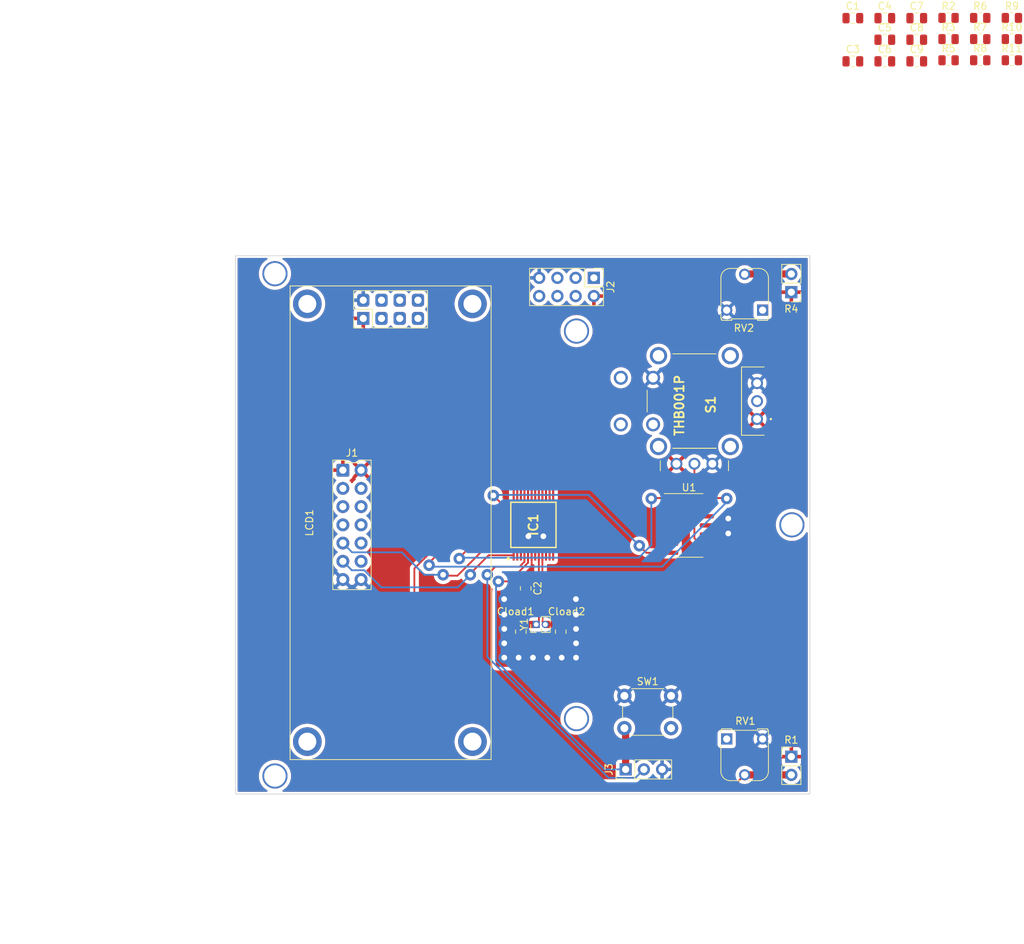
<source format=kicad_pcb>
(kicad_pcb (version 20221018) (generator pcbnew)
  (layers (0 "F.Cu" signal) (31 "B.Cu" signal) (34 "B.Paste" user) (35 "F.Paste" user) (36 "B.SilkS" user "B.Silkscreen") (37 "F.SilkS" user "F.Silkscreen") (38 "B.Mask" user) (39 "F.Mask" user) (44 "Edge.Cuts" user))
  (net 0 "")
  (net 1 "SDA_I2C")
  (net 2 "+3.3V")
  (net 3 "GND")
  (net 6 "MISO")
  (net 7 "MOSI")
  (net 8 "SCLK_SPI")
  (net 9 "SS_SPI")
  (net 13 "/PHOTO1")
  (net 14 "/PHOTO2")
  (net 23 "/RST_LCD")
  (net 24 "/WIFI_UART_RX")
  (net 31 "/WIFI_UART_TX")
  (net 32 "/P6.0")
  (net 33 "/P6.1")
  (net 34 "SEL_JOYSTICK")
  (net 36 "SCL_I2C")
  (net 37 "DSS_SPI")
  (net 42 "TDO{slash}TDI")
  (net 43 "LR_JOYSTICK")
  (net 44 "FB_JOYSTICK")
  (net 45 "TCK")
  (net 46 "R_JOYSTICK")
  (net 47 "F_JOYSTICK")
  (net 48 "B_JOYSTICK")
  (net 49 "L_JOYSTICK")
  (net 57 "Net-(U1A-+)")
  (net 58 "Net-(U1B--)")
  (net 59 "Net-(U1C-+)")
  (net 60 "Net-(U1D--)")
  (net 61 "/P6.2")
  (net 62 "/P6.3")
  (net 63 "/CLK+")
  (net 64 "/CLK-")
  (footprint "MiSE:conn_DFrobot" (layer "F.Cu") (at 127.08 99.92)
    (fp_text reference "J1" (at -1.27 -10.02) (layer "F.SilkS"))
    (fp_text value "conn_DFrobot")
    (pad "1" thru_hole roundrect locked (at -2.54 -7.62 270) (size 1.8 1.8) (drill 1) (layers "*.Cu" "*.Mask") (roundrect_rratio 0.1388888889) (net 2 "+3.3V"))
    (pad "2" thru_hole circle locked (at 0 -7.62 270) (size 1.8 1.8) (drill 1) (layers "*.Cu" "*.Mask") (net 2 "+3.3V"))
    (pad "3" thru_hole circle locked (at -2.54 -5.08 270) (size 1.8 1.8) (drill 1) (layers "*.Cu" "*.Mask") (net 8 "SCLK_SPI"))
    (pad "4" thru_hole circle locked (at 0 -5.08 270) (size 1.8 1.8) (drill 1) (layers "*.Cu" "*.Mask") (net 32 "/P6.0"))
    (pad "5" thru_hole circle locked (at -2.54 -2.54 270) (size 1.8 1.8) (drill 1) (layers "*.Cu" "*.Mask") (net 6 "MISO"))
    (pad "6" thru_hole circle locked (at 0 -2.54 270) (size 1.8 1.8) (drill 1) (layers "*.Cu" "*.Mask") (net 33 "/P6.1"))
    (pad "7" thru_hole circle locked (at -2.54 0 270) (size 1.8 1.8) (drill 1) (layers "*.Cu" "*.Mask") (net 7 "MOSI"))
    (pad "8" thru_hole circle locked (at 0 0 270) (size 1.8 1.8) (drill 1) (layers "*.Cu" "*.Mask") (net 61 "/P6.2"))
    (pad "9" thru_hole circle locked (at -2.54 2.54 270) (size 1.8 1.8) (drill 1) (layers "*.Cu" "*.Mask") (net 36 "SCL_I2C"))
    (pad "10" thru_hole circle locked (at 0 2.54 270) (size 1.8 1.8) (drill 1) (layers "*.Cu" "*.Mask") (net 62 "/P6.3"))
    (pad "11" thru_hole circle locked (at -2.54 5.08 270) (size 1.8 1.8) (drill 1) (layers "*.Cu" "*.Mask") (net 1 "SDA_I2C"))
    (pad "12" thru_hole circle locked (at 0 5.08 270) (size 1.8 1.8) (drill 1) (layers "*.Cu" "*.Mask") (net 37 "DSS_SPI"))
    (pad "13" thru_hole circle locked (at -2.54 7.62 270) (size 1.8 1.8) (drill 1) (layers "*.Cu" "*.Mask") (net 3 "GND"))
    (pad "14" thru_hole circle locked (at 0 7.62 270) (size 1.8 1.8) (drill 1) (layers "*.Cu" "*.Mask") (net 3 "GND"))
    (pad "15" thru_hole circle locked (at 60 0 270) (size 3.5 3.5) (drill 3) (layers "*.Cu" "*.Mask"))
    (pad "16" thru_hole circle locked (at 30 27 270) (size 3.5 3.5) (drill 3) (layers "*.Cu" "*.Mask"))
    (pad "17" thru_hole circle locked (at 30 -27 270) (size 3.5 3.5) (drill 3) (layers "*.Cu" "*.Mask"))
    (pad "18" thru_hole circle locked (at -12 35 270) (size 3.5 3.5) (drill 3) (layers "*.Cu" "*.Mask"))
    (pad "19" thru_hole circle locked (at -12 -35 270) (size 3.5 3.5) (drill 3) (layers "*.Cu" "*.Mask"))
  )
  (footprint "MiSE:THB001P" (layer "F.Cu") (at 182.23 85.175 -90)
    (fp_text reference "S1" (at -2.005 6.45 90) (layer "F.SilkS") (effects (font (size 1.27 1.27) (thickness 0.254))))
    (fp_text value "THB001P" (at -1.895 10.82 90) (layer "F.SilkS") (effects (font (size 1.27 1.27) (thickness 0.254))))
    (pad "1" thru_hole circle (at 0 0 270) (size 1.65 1.65) (drill 1.1) (layers "*.Cu" "*.Mask") (net 2 "+3.3V"))
    (pad "2" thru_hole circle (at -2.5 0 270) (size 1.65 1.65) (drill 1.1) (layers "*.Cu" "*.Mask") (net 43 "LR_JOYSTICK"))
    (pad "3" thru_hole circle (at -5 0 270) (size 1.65 1.65) (drill 1.1) (layers "*.Cu" "*.Mask") (net 3 "GND"))
    (pad "11" thru_hole circle (at 6.23 11.23 270) (size 1.65 1.65) (drill 1.1) (layers "*.Cu" "*.Mask") (net 2 "+3.3V"))
    (pad "12" thru_hole circle (at 6.23 8.73 270) (size 1.65 1.65) (drill 1.1) (layers "*.Cu" "*.Mask") (net 44 "FB_JOYSTICK"))
    (pad "13" thru_hole circle (at 6.23 6.23 270) (size 1.65 1.65) (drill 1.1) (layers "*.Cu" "*.Mask") (net 3 "GND"))
    (pad "A1" thru_hole circle (at -5.75 14.48 270) (size 1.95 1.95) (drill 1.3) (layers "*.Cu" "*.Mask") (net 3 "GND"))
    (pad "B1" thru_hole circle (at 0.75 14.48 270) (size 1.95 1.95) (drill 1.3) (layers "*.Cu" "*.Mask"))
    (pad "C1" thru_hole circle (at -5.75 18.98 270) (size 1.95 1.95) (drill 1.3) (layers "*.Cu" "*.Mask") (net 34 "SEL_JOYSTICK"))
    (pad "D1" thru_hole circle (at 0.75 18.98 270) (size 1.95 1.95) (drill 1.3) (layers "*.Cu" "*.Mask"))
    (pad "MH1" thru_hole circle (at 3.825 3.73 270) (size 2.4 2.4) (drill 1.6) (layers "*.Cu" "*.Mask"))
    (pad "MH2" thru_hole circle (at -8.825 3.73 270) (size 2.4 2.4) (drill 1.6) (layers "*.Cu" "*.Mask"))
    (pad "MH3" thru_hole circle (at -8.825 13.73 270) (size 2.4 2.4) (drill 1.6) (layers "*.Cu" "*.Mask"))
    (pad "MH4" thru_hole circle (at 3.825 13.73 270) (size 2.4 2.4) (drill 1.6) (layers "*.Cu" "*.Mask"))
  )
  (footprint "MiSE:LDR" (layer "F.Cu") (at 187 67.5 180)
    (fp_text reference "R4" (at 0 -2.33) (layer "F.SilkS"))
    (fp_text value "R_PHOTO")
    (pad "1" thru_hole rect (at 0 0 180) (size 1.7 1.7) (drill 1) (layers "*.Cu" "*.Mask") (net 2 "+3.3V"))
    (pad "2" thru_hole oval (at 0 2.54 180) (size 1.7 1.7) (drill 1) (layers "*.Cu" "*.Mask") (net 14 "/PHOTO2"))
  )
  (footprint "Capacitor_SMD:C_0805_2012Metric" (layer "F.Cu") (at 204.47 29.31)
    (fp_text reference "C7" (at 0 -1.68) (layer "F.SilkS"))
    (fp_text value "100n")
    (pad "1" smd roundrect (at -0.95 0) (size 1 1.45) (layers "F.Cu" "F.Paste" "F.Mask") (net 2 "+3.3V"))
    (pad "2" smd roundrect (at 0.95 0) (size 1 1.45) (layers "F.Cu" "F.Paste" "F.Mask") (net 3 "GND"))
  )
  (footprint "Resistor_SMD:R_0805_2012Metric" (layer "F.Cu") (at 213.31 35.18)
    (fp_text reference "R8" (at 0 -1.65) (layer "F.SilkS"))
    (fp_text value "10k")
    (pad "1" smd roundrect (at -0.9125 0) (size 1.025 1.4) (layers "F.Cu" "F.Paste" "F.Mask") (roundrect_rratio 0.243902) (net 58 "Net-(U1B--)"))
    (pad "2" smd roundrect (at 0.9125 0) (size 1.025 1.4) (layers "F.Cu" "F.Paste" "F.Mask") (roundrect_rratio 0.243902) (net 3 "GND"))
  )
  (footprint "Capacitor_SMD:C_0805_2012Metric" (layer "F.Cu") (at 204.47 32.32)
    (fp_text reference "C8" (at 0 -1.68) (layer "F.SilkS"))
    (fp_text value "10u")
    (pad "1" smd roundrect (at -0.95 0) (size 1 1.45) (layers "F.Cu" "F.Paste" "F.Mask") (net 2 "+3.3V"))
    (pad "2" smd roundrect (at 0.95 0) (size 1 1.45) (layers "F.Cu" "F.Paste" "F.Mask") (net 3 "GND"))
  )
  (footprint "Resistor_SMD:R_0805_2012Metric" (layer "F.Cu") (at 208.9 35.18)
    (fp_text reference "R5" (at 0 -1.65) (layer "F.SilkS"))
    (fp_text value "10k")
    (pad "1" smd roundrect (at -0.9125 0) (size 1.025 1.4) (layers "F.Cu" "F.Paste" "F.Mask") (roundrect_rratio 0.243902) (net 57 "Net-(U1A-+)"))
    (pad "2" smd roundrect (at 0.9125 0) (size 1.025 1.4) (layers "F.Cu" "F.Paste" "F.Mask") (roundrect_rratio 0.243902) (net 58 "Net-(U1B--)"))
  )
  (footprint "Connector_PinHeader_2.54mm:PinHeader_2x04_P2.54mm_Vertical" (layer "F.Cu") (at 159.5 65.5 -90)
    (fp_text reference "J2" (at 1.27 -2.33 90) (layer "F.SilkS"))
    (fp_text value "ESP01")
    (pad "1" thru_hole rect (at 0 0 270) (size 1.7 1.7) (drill 1) (layers "*.Cu" "*.Mask") (net 31 "/WIFI_UART_TX"))
    (pad "2" thru_hole oval (at 2.54 0 270) (size 1.7 1.7) (drill 1) (layers "*.Cu" "*.Mask") (net 2 "+3.3V"))
    (pad "3" thru_hole oval (at 0 2.54 270) (size 1.7 1.7) (drill 1) (layers "*.Cu" "*.Mask"))
    (pad "4" thru_hole oval (at 2.54 2.54 270) (size 1.7 1.7) (drill 1) (layers "*.Cu" "*.Mask"))
    (pad "5" thru_hole oval (at 0 5.08 270) (size 1.7 1.7) (drill 1) (layers "*.Cu" "*.Mask"))
    (pad "6" thru_hole oval (at 2.54 5.08 270) (size 1.7 1.7) (drill 1) (layers "*.Cu" "*.Mask"))
    (pad "7" thru_hole oval (at 0 7.62 270) (size 1.7 1.7) (drill 1) (layers "*.Cu" "*.Mask") (net 3 "GND"))
    (pad "8" thru_hole oval (at 2.54 7.62 270) (size 1.7 1.7) (drill 1) (layers "*.Cu" "*.Mask") (net 24 "/WIFI_UART_RX"))
  )
  (footprint "MiSE:LCD_2x16_I2C(Midas)" (layer "F.Cu") (at 131.19 99.63 90)
    (fp_text reference "LCD1" (at 0 -11.3 90) (layer "F.SilkS"))
    (fp_text value "LCD_2x16_I2C")
    (pad "1" thru_hole rect (at 28.475 -3.81 90) (size 1.8 1.7) (drill 1) (layers "*.Cu" "*.Mask") (net 2 "+3.3V"))
    (pad "2" thru_hole roundrect (at 31.015 -3.81 90) (size 1.8 1.7) (drill 1) (layers "*.Cu" "*.Mask") (net 3 "GND"))
    (pad "3" thru_hole roundrect (at 28.475 -1.27 90) (size 1.8 1.7) (drill 1) (layers "*.Cu" "*.Mask") (net 1 "SDA_I2C"))
    (pad "4" thru_hole roundrect (at 31.015 -1.27 90) (size 1.8 1.7) (drill 1) (layers "*.Cu" "*.Mask") (net 36 "SCL_I2C"))
    (pad "5" thru_hole roundrect (at 28.475 1.27 90) (size 1.8 1.7) (drill 1) (layers "*.Cu" "*.Mask") (net 23 "/RST_LCD"))
    (pad "6" thru_hole roundrect (at 31.015 1.27 90) (size 1.8 1.7) (drill 1) (layers "*.Cu" "*.Mask"))
    (pad "7" thru_hole roundrect (at 28.475 3.81 90) (size 1.8 1.7) (drill 1) (layers "*.Cu" "*.Mask"))
    (pad "8" thru_hole roundrect (at 31.015 3.81 90) (size 1.8 1.7) (drill 1) (layers "*.Cu" "*.Mask"))
    (pad "9" thru_hole circle (at 30.5 11.4 90) (size 4 4) (drill 2.5) (layers "*.Cu" "*.Mask"))
    (pad "10" thru_hole circle (at -30.5 11.4 90) (size 4 4) (drill 2.5) (layers "*.Cu" "*.Mask"))
    (pad "11" thru_hole circle (at -30.5 -11.6 90) (size 4 4) (drill 2.5) (layers "*.Cu" "*.Mask"))
    (pad "12" thru_hole circle (at 30.5 -11.6 90) (size 4 4) (drill 2.5) (layers "*.Cu" "*.Mask"))
  )
  (footprint "Capacitor_SMD:C_0805_2012Metric" (layer "F.Cu") (at 200.02 32.32)
    (fp_text reference "C5" (at 0 -1.68) (layer "F.SilkS"))
    (fp_text value "100n")
    (pad "1" smd roundrect (at -0.95 0) (size 1 1.45) (layers "F.Cu" "F.Paste" "F.Mask") (net 2 "+3.3V"))
    (pad "2" smd roundrect (at 0.95 0) (size 1 1.45) (layers "F.Cu" "F.Paste" "F.Mask") (net 3 "GND"))
  )
  (footprint "Button_Switch_THT:SW_PUSH_6mm" (layer "F.Cu") (at 163.75 123.75)
    (fp_text reference "SW1" (at 3.25 -2) (layer "F.SilkS"))
    (fp_text value "RST")
    (pad "1" thru_hole circle (at 0 0 90) (size 2 2) (drill 1.1) (layers "*.Cu" "*.Mask") (net 3 "GND"))
    (pad "1" thru_hole circle (at 6.5 0 90) (size 2 2) (drill 1.1) (layers "*.Cu" "*.Mask") (net 3 "GND"))
    (pad "2" thru_hole circle (at 0 4.5 90) (size 2 2) (drill 1.1) (layers "*.Cu" "*.Mask") (net 42 "TDO{slash}TDI"))
    (pad "2" thru_hole circle (at 6.5 4.5 90) (size 2 2) (drill 1.1) (layers "*.Cu" "*.Mask") (net 42 "TDO{slash}TDI"))
  )
  (footprint "Capacitor_SMD:C_0805_2012Metric" (layer "F.Cu") (at 150 108.77 -90)
    (fp_text reference "C2" (at 0 -1.68 90) (layer "F.SilkS"))
    (fp_text value "100n")
    (pad "1" smd roundrect (at -0.95 0 270) (size 1 1.45) (layers "F.Cu" "F.Paste" "F.Mask") (net 2 "+3.3V"))
    (pad "2" smd roundrect (at 0.95 0 270) (size 1 1.45) (layers "F.Cu" "F.Paste" "F.Mask") (net 3 "GND"))
  )
  (footprint "Resistor_SMD:R_0805_2012Metric" (layer "F.Cu") (at 208.9 29.28)
    (fp_text reference "R2" (at 0 -1.65) (layer "F.SilkS"))
    (fp_text value "2.2k")
    (pad "1" smd roundrect (at -0.9125 0) (size 1.025 1.4) (layers "F.Cu" "F.Paste" "F.Mask") (roundrect_rratio 0.243902) (net 2 "+3.3V"))
    (pad "2" smd roundrect (at 0.9125 0) (size 1.025 1.4) (layers "F.Cu" "F.Paste" "F.Mask") (roundrect_rratio 0.243902) (net 1 "SDA_I2C"))
  )
  (footprint "Resistor_SMD:R_0805_2012Metric" (layer "F.Cu") (at 217.72 35.18)
    (fp_text reference "R11" (at 0 -1.65) (layer "F.SilkS"))
    (fp_text value "47k")
    (pad "1" smd roundrect (at -0.9125 0) (size 1.025 1.4) (layers "F.Cu" "F.Paste" "F.Mask") (roundrect_rratio 0.243902) (net 2 "+3.3V"))
    (pad "2" smd roundrect (at 0.9125 0) (size 1.025 1.4) (layers "F.Cu" "F.Paste" "F.Mask") (roundrect_rratio 0.243902) (net 42 "TDO{slash}TDI"))
  )
  (footprint "Capacitor_SMD:C_0805_2012Metric" (layer "F.Cu") (at 200.02 29.31)
    (fp_text reference "C4" (at 0 -1.68) (layer "F.SilkS"))
    (fp_text value "10u")
    (pad "1" smd roundrect (at -0.95 0) (size 1 1.45) (layers "F.Cu" "F.Paste" "F.Mask") (net 2 "+3.3V"))
    (pad "2" smd roundrect (at 0.95 0) (size 1 1.45) (layers "F.Cu" "F.Paste" "F.Mask") (net 3 "GND"))
  )
  (footprint "Capacitor_SMD:C_0805_2012Metric" (layer "F.Cu") (at 200.02 35.33)
    (fp_text reference "C6" (at 0 -1.68) (layer "F.SilkS"))
    (fp_text value "10u")
    (pad "1" smd roundrect (at -0.95 0) (size 1 1.45) (layers "F.Cu" "F.Paste" "F.Mask") (net 2 "+3.3V"))
    (pad "2" smd roundrect (at 0.95 0) (size 1 1.45) (layers "F.Cu" "F.Paste" "F.Mask") (net 3 "GND"))
  )
  (footprint "MiSE:Trimmer_MiSE" (layer "F.Cu") (at 183 70 180)
    (fp_text reference "RV2" (at 2.6 -2.5) (layer "F.SilkS"))
    (fp_text value "R_POT")
    (pad "1" thru_hole rect (at 0 0 180) (size 1.56 1.56) (drill 1) (layers "*.Cu" "*.Mask"))
    (pad "2" thru_hole circle (at 2.5 5 180) (size 1.56 1.56) (drill 1) (layers "*.Cu" "*.Mask") (net 14 "/PHOTO2"))
    (pad "3" thru_hole circle (at 5 0 180) (size 1.56 1.56) (drill 1) (layers "*.Cu" "*.Mask") (net 3 "GND"))
  )
  (footprint "Resistor_SMD:R_0805_2012Metric" (layer "F.Cu") (at 213.31 29.28)
    (fp_text reference "R6" (at 0 -1.65) (layer "F.SilkS"))
    (fp_text value "10k")
    (pad "1" smd roundrect (at -0.9125 0) (size 1.025 1.4) (layers "F.Cu" "F.Paste" "F.Mask") (roundrect_rratio 0.243902) (net 59 "Net-(U1C-+)"))
    (pad "2" smd roundrect (at 0.9125 0) (size 1.025 1.4) (layers "F.Cu" "F.Paste" "F.Mask") (roundrect_rratio 0.243902) (net 60 "Net-(U1D--)"))
  )
  (footprint "Connector_PinHeader_2.54mm:PinHeader_1x03_P2.54mm_Vertical" (layer "F.Cu") (at 163.92 134 90)
    (fp_text reference "J3" (at 0 -2.33 90) (layer "F.SilkS"))
    (fp_text value "SBW")
    (pad "1" thru_hole rect (at 0 0 90) (size 1.7 1.7) (drill 1) (layers "*.Cu" "*.Mask") (net 42 "TDO{slash}TDI"))
    (pad "2" thru_hole oval (at 0 2.54 90) (size 1.7 1.7) (drill 1) (layers "*.Cu" "*.Mask") (net 45 "TCK"))
    (pad "3" thru_hole oval (at 0 5.08 90) (size 1.7 1.7) (drill 1) (layers "*.Cu" "*.Mask") (net 3 "GND"))
  )
  (footprint "Resistor_SMD:R_0805_2012Metric" (layer "F.Cu") (at 217.72 29.28)
    (fp_text reference "R9" (at 0 -1.65) (layer "F.SilkS"))
    (fp_text value "10k")
    (pad "1" smd roundrect (at -0.9125 0) (size 1.025 1.4) (layers "F.Cu" "F.Paste" "F.Mask") (roundrect_rratio 0.243902) (net 2 "+3.3V"))
    (pad "2" smd roundrect (at 0.9125 0) (size 1.025 1.4) (layers "F.Cu" "F.Paste" "F.Mask") (roundrect_rratio 0.243902) (net 57 "Net-(U1A-+)"))
  )
  (footprint "MiSE:LDR" (layer "F.Cu") (at 187 132.225)
    (fp_text reference "R1" (at 0 -2.33) (layer "F.SilkS"))
    (fp_text value "R_PHOTO")
    (pad "1" thru_hole rect (at 0 0) (size 1.7 1.7) (drill 1) (layers "*.Cu" "*.Mask") (net 2 "+3.3V"))
    (pad "2" thru_hole oval (at 0 2.54) (size 1.7 1.7) (drill 1) (layers "*.Cu" "*.Mask") (net 13 "/PHOTO1"))
  )
  (footprint "Capacitor_SMD:C_0805_2012Metric" (layer "F.Cu") (at 204.47 35.33)
    (fp_text reference "C9" (at 0 -1.68) (layer "F.SilkS"))
    (fp_text value "2.2n")
    (pad "1" smd roundrect (at -0.95 0) (size 1 1.45) (layers "F.Cu" "F.Paste" "F.Mask") (net 42 "TDO{slash}TDI"))
    (pad "2" smd roundrect (at 0.95 0) (size 1 1.45) (layers "F.Cu" "F.Paste" "F.Mask") (net 3 "GND"))
  )
  (footprint "Package_SO:SOIC-14_3.9x8.7mm_P1.27mm" (layer "F.Cu") (at 172.75 100)
    (fp_text reference "U1" (at 0 -5.28) (layer "F.SilkS"))
    (fp_text value "LMV324")
    (pad "1" smd roundrect (at -2.475 -3.81) (size 1.95 0.6) (layers "F.Cu" "F.Paste" "F.Mask") (net 49 "L_JOYSTICK"))
    (pad "2" smd roundrect (at -2.475 -2.54) (size 1.95 0.6) (layers "F.Cu" "F.Paste" "F.Mask") (net 43 "LR_JOYSTICK"))
    (pad "3" smd roundrect (at -2.475 -1.27) (size 1.95 0.6) (layers "F.Cu" "F.Paste" "F.Mask") (net 57 "Net-(U1A-+)"))
    (pad "4" smd roundrect (at -2.475 0) (size 1.95 0.6) (layers "F.Cu" "F.Paste" "F.Mask") (net 2 "+3.3V"))
    (pad "5" smd roundrect (at -2.475 1.27) (size 1.95 0.6) (layers "F.Cu" "F.Paste" "F.Mask") (net 43 "LR_JOYSTICK"))
    (pad "6" smd roundrect (at -2.475 2.54) (size 1.95 0.6) (layers "F.Cu" "F.Paste" "F.Mask") (net 58 "Net-(U1B--)"))
    (pad "7" smd roundrect (at -2.475 3.81) (size 1.95 0.6) (layers "F.Cu" "F.Paste" "F.Mask") (net 46 "R_JOYSTICK"))
    (pad "8" smd roundrect (at 2.475 3.81) (size 1.95 0.6) (layers "F.Cu" "F.Paste" "F.Mask") (net 47 "F_JOYSTICK"))
    (pad "9" smd roundrect (at 2.475 2.54) (size 1.95 0.6) (layers "F.Cu" "F.Paste" "F.Mask") (net 44 "FB_JOYSTICK"))
    (pad "10" smd roundrect (at 2.475 1.27) (size 1.95 0.6) (layers "F.Cu" "F.Paste" "F.Mask") (net 59 "Net-(U1C-+)"))
    (pad "11" smd roundrect (at 2.475 0) (size 1.95 0.6) (layers "F.Cu" "F.Paste" "F.Mask") (net 3 "GND"))
    (pad "12" smd roundrect (at 2.475 -1.27) (size 1.95 0.6) (layers "F.Cu" "F.Paste" "F.Mask") (net 44 "FB_JOYSTICK"))
    (pad "13" smd roundrect (at 2.475 -2.54) (size 1.95 0.6) (layers "F.Cu" "F.Paste" "F.Mask") (net 60 "Net-(U1D--)"))
    (pad "14" smd roundrect (at 2.475 -3.81) (size 1.95 0.6) (layers "F.Cu" "F.Paste" "F.Mask") (net 48 "B_JOYSTICK"))
  )
  (footprint "Resistor_SMD:R_0805_2012Metric" (layer "F.Cu") (at 213.31 32.23)
    (fp_text reference "R7" (at 0 -1.65) (layer "F.SilkS"))
    (fp_text value "10k")
    (pad "1" smd roundrect (at -0.9125 0) (size 1.025 1.4) (layers "F.Cu" "F.Paste" "F.Mask") (roundrect_rratio 0.243902) (net 2 "+3.3V"))
    (pad "2" smd roundrect (at 0.9125 0) (size 1.025 1.4) (layers "F.Cu" "F.Paste" "F.Mask") (roundrect_rratio 0.243902) (net 59 "Net-(U1C-+)"))
  )
  (footprint "Resistor_SMD:R_0805_2012Metric" (layer "F.Cu") (at 217.72 32.23)
    (fp_text reference "R10" (at 0 -1.65) (layer "F.SilkS"))
    (fp_text value "10k")
    (pad "1" smd roundrect (at -0.9125 0) (size 1.025 1.4) (layers "F.Cu" "F.Paste" "F.Mask") (roundrect_rratio 0.243902) (net 60 "Net-(U1D--)"))
    (pad "2" smd roundrect (at 0.9125 0) (size 1.025 1.4) (layers "F.Cu" "F.Paste" "F.Mask") (roundrect_rratio 0.243902) (net 3 "GND"))
  )
  (footprint "Capacitor_SMD:C_0805_2012Metric" (layer "F.Cu") (at 195.57 29.31)
    (fp_text reference "C1" (at 0 -1.68) (layer "F.SilkS"))
    (fp_text value "10u")
    (pad "1" smd roundrect (at -0.95 0) (size 1 1.45) (layers "F.Cu" "F.Paste" "F.Mask") (net 2 "+3.3V"))
    (pad "2" smd roundrect (at 0.95 0) (size 1 1.45) (layers "F.Cu" "F.Paste" "F.Mask") (net 3 "GND"))
  )
  (footprint "MiSE:Trimmer_MiSE" (layer "F.Cu") (at 178 129.76)
    (fp_text reference "RV1" (at 2.6 -2.5) (layer "F.SilkS"))
    (fp_text value "R_POT")
    (pad "1" thru_hole rect (at 0 0) (size 1.56 1.56) (drill 1) (layers "*.Cu" "*.Mask"))
    (pad "2" thru_hole circle (at 2.5 5) (size 1.56 1.56) (drill 1) (layers "*.Cu" "*.Mask") (net 13 "/PHOTO1"))
    (pad "3" thru_hole circle (at 5 0) (size 1.56 1.56) (drill 1) (layers "*.Cu" "*.Mask") (net 3 "GND"))
  )
  (footprint "Resistor_SMD:R_0805_2012Metric" (layer "F.Cu") (at 208.9 32.23)
    (fp_text reference "R3" (at 0 -1.65) (layer "F.SilkS"))
    (fp_text value "2.2k")
    (pad "1" smd roundrect (at -0.9125 0) (size 1.025 1.4) (layers "F.Cu" "F.Paste" "F.Mask") (roundrect_rratio 0.243902) (net 2 "+3.3V"))
    (pad "2" smd roundrect (at 0.9125 0) (size 1.025 1.4) (layers "F.Cu" "F.Paste" "F.Mask") (roundrect_rratio 0.243902) (net 36 "SCL_I2C"))
  )
  (footprint "Capacitor_SMD:C_0805_2012Metric" (layer "F.Cu") (at 195.57 35.33)
    (fp_text reference "C3" (at 0 -1.68) (layer "F.SilkS"))
    (fp_text value "100n")
    (pad "1" smd roundrect (at -0.95 0) (size 1 1.45) (layers "F.Cu" "F.Paste" "F.Mask") (net 2 "+3.3V"))
    (pad "2" smd roundrect (at 0.95 0) (size 1 1.45) (layers "F.Cu" "F.Paste" "F.Mask") (net 3 "GND"))
  )
  (footprint "Capacitor_SMD:C_0805_2012Metric" (layer "F.Cu") (at 154.89 114.81 -90)
    (fp_text reference "Cload2" (at -2.81 -0.81 -180) (layer "F.SilkS"))
    (fp_text value "12.5n")
    (pad "1" smd roundrect (at -0.95 0 270) (size 1 1.45) (layers "F.Cu" "F.Paste" "F.Mask") (net 64 "/CLK-"))
    (pad "2" smd roundrect (at 0.95 0 270) (size 1 1.45) (layers "F.Cu" "F.Paste" "F.Mask") (net 3 "GND"))
  )
  (footprint "Capacitor_SMD:C_0805_2012Metric" (layer "F.Cu") (at 149.33 114.81 -90)
    (fp_text reference "Cload1" (at -2.81 0.73 -180) (layer "F.SilkS"))
    (fp_text value "12.5n")
    (pad "1" smd roundrect (at -0.95 0 270) (size 1 1.45) (layers "F.Cu" "F.Paste" "F.Mask") (net 63 "/CLK+"))
    (pad "2" smd roundrect (at 0.95 0 270) (size 1 1.45) (layers "F.Cu" "F.Paste" "F.Mask") (net 3 "GND"))
  )
  (footprint "Connector_PinHeader_1.27mm:PinHeader_1x02_P1.27mm_Vertical" (layer "F.Cu") (at 151.46 113.8 90)
    (fp_text reference "Y1" (at 0 -1.695 90) (layer "F.SilkS"))
    (fp_text value "Crystal")
    (pad "1" thru_hole rect (at 0 0 90) (size 1 1) (drill 0.65) (layers "*.Cu" "*.Mask") (net 63 "/CLK+"))
    (pad "2" thru_hole oval (at 0 1.27 90) (size 1 1) (drill 0.65) (layers "*.Cu" "*.Mask") (net 64 "/CLK-"))
  )
  (footprint "MiSE:QFP50P900X900X160-48N" (layer "F.Cu") (at 151.08 99.92 90)
    (fp_text reference "IC1" (at 0 0 90) (layer "F.SilkS") (effects (font (size 1.27 1.27) (thickness 0.254))))
    (fp_text value "MSP430FR2355TPT" hide)
    (pad "1" smd rect (at -4.238 -2.75 180) (size 0.3 1.475) (layers "F.Cu" "F.Paste" "F.Mask") (net 1 "SDA_I2C"))
    (pad "2" smd rect (at -4.238 -2.25 180) (size 0.3 1.475) (layers "F.Cu" "F.Paste" "F.Mask") (net 43 "LR_JOYSTICK"))
    (pad "3" smd rect (at -4.238 -1.75 180) (size 0.3 1.475) (layers "F.Cu" "F.Paste" "F.Mask") (net 44 "FB_JOYSTICK"))
    (pad "4" smd rect (at -4.238 -1.25 180) (size 0.3 1.475) (layers "F.Cu" "F.Paste" "F.Mask") (net 45 "TCK"))
    (pad "5" smd rect (at -4.238 -0.75 180) (size 0.3 1.475) (layers "F.Cu" "F.Paste" "F.Mask") (net 42 "TDO{slash}TDI"))
    (pad "6" smd rect (at -4.238 -0.25 180) (size 0.3 1.475) (layers "F.Cu" "F.Paste" "F.Mask") (net 2 "+3.3V"))
    (pad "7" smd rect (at -4.238 0.25 180) (size 0.3 1.475) (layers "F.Cu" "F.Paste" "F.Mask") (net 3 "GND"))
    (pad "8" smd rect (at -4.238 0.75 180) (size 0.3 1.475) (layers "F.Cu" "F.Paste" "F.Mask") (net 63 "/CLK+"))
    (pad "9" smd rect (at -4.238 1.25 180) (size 0.3 1.475) (layers "F.Cu" "F.Paste" "F.Mask") (net 64 "/CLK-"))
    (pad "10" smd rect (at -4.238 1.75 180) (size 0.3 1.475) (layers "F.Cu" "F.Paste" "F.Mask"))
    (pad "11" smd rect (at -4.238 2.25 180) (size 0.3 1.475) (layers "F.Cu" "F.Paste" "F.Mask"))
    (pad "12" smd rect (at -4.238 2.75 180) (size 0.3 1.475) (layers "F.Cu" "F.Paste" "F.Mask") (net 6 "MISO"))
    (pad "13" smd rect (at -2.75 4.238 90) (size 0.3 1.475) (layers "F.Cu" "F.Paste" "F.Mask") (net 7 "MOSI"))
    (pad "14" smd rect (at -2.25 4.238 90) (size 0.3 1.475) (layers "F.Cu" "F.Paste" "F.Mask") (net 8 "SCLK_SPI"))
    (pad "15" smd rect (at -1.75 4.238 90) (size 0.3 1.475) (layers "F.Cu" "F.Paste" "F.Mask") (net 9 "SS_SPI"))
    (pad "16" smd rect (at -1.25 4.238 90) (size 0.3 1.475) (layers "F.Cu" "F.Paste" "F.Mask"))
    (pad "17" smd rect (at -0.75 4.238 90) (size 0.3 1.475) (layers "F.Cu" "F.Paste" "F.Mask"))
    (pad "18" smd rect (at -0.25 4.238 90) (size 0.3 1.475) (layers "F.Cu" "F.Paste" "F.Mask"))
    (pad "19" smd rect (at 0.25 4.238 90) (size 0.3 1.475) (layers "F.Cu" "F.Paste" "F.Mask") (net 62 "/P6.3"))
    (pad "20" smd rect (at 0.75 4.238 90) (size 0.3 1.475) (layers "F.Cu" "F.Paste" "F.Mask") (net 61 "/P6.2"))
    (pad "21" smd rect (at 1.25 4.238 90) (size 0.3 1.475) (layers "F.Cu" "F.Paste" "F.Mask") (net 33 "/P6.1"))
    (pad "22" smd rect (at 1.75 4.238 90) (size 0.3 1.475) (layers "F.Cu" "F.Paste" "F.Mask") (net 32 "/P6.0"))
    (pad "23" smd rect (at 2.25 4.238 90) (size 0.3 1.475) (layers "F.Cu" "F.Paste" "F.Mask"))
    (pad "24" smd rect (at 2.75 4.238 90) (size 0.3 1.475) (layers "F.Cu" "F.Paste" "F.Mask"))
    (pad "25" smd rect (at 4.238 2.75 180) (size 0.3 1.475) (layers "F.Cu" "F.Paste" "F.Mask"))
    (pad "26" smd rect (at 4.238 2.25 180) (size 0.3 1.475) (layers "F.Cu" "F.Paste" "F.Mask"))
    (pad "27" smd rect (at 4.238 1.75 180) (size 0.3 1.475) (layers "F.Cu" "F.Paste" "F.Mask"))
    (pad "28" smd rect (at 4.238 1.25 180) (size 0.3 1.475) (layers "F.Cu" "F.Paste" "F.Mask"))
    (pad "29" smd rect (at 4.238 0.75 180) (size 0.3 1.475) (layers "F.Cu" "F.Paste" "F.Mask"))
    (pad "30" smd rect (at 4.238 0.25 180) (size 0.3 1.475) (layers "F.Cu" "F.Paste" "F.Mask"))
    (pad "31" smd rect (at 4.238 -0.25 180) (size 0.3 1.475) (layers "F.Cu" "F.Paste" "F.Mask") (net 31 "/WIFI_UART_TX"))
    (pad "32" smd rect (at 4.238 -0.75 180) (size 0.3 1.475) (layers "F.Cu" "F.Paste" "F.Mask") (net 24 "/WIFI_UART_RX"))
    (pad "33" smd rect (at 4.238 -1.25 180) (size 0.3 1.475) (layers "F.Cu" "F.Paste" "F.Mask"))
    (pad "34" smd rect (at 4.238 -1.75 180) (size 0.3 1.475) (layers "F.Cu" "F.Paste" "F.Mask"))
    (pad "35" smd rect (at 4.238 -2.25 180) (size 0.3 1.475) (layers "F.Cu" "F.Paste" "F.Mask"))
    (pad "36" smd rect (at 4.238 -2.75 180) (size 0.3 1.475) (layers "F.Cu" "F.Paste" "F.Mask"))
    (pad "37" smd rect (at 2.75 -4.238 90) (size 0.3 1.475) (layers "F.Cu" "F.Paste" "F.Mask") (net 46 "R_JOYSTICK"))
    (pad "38" smd rect (at 2.25 -4.238 90) (size 0.3 1.475) (layers "F.Cu" "F.Paste" "F.Mask") (net 47 "F_JOYSTICK"))
    (pad "39" smd rect (at 1.75 -4.238 90) (size 0.3 1.475) (layers "F.Cu" "F.Paste" "F.Mask"))
    (pad "40" smd rect (at 1.25 -4.238 90) (size 0.3 1.475) (layers "F.Cu" "F.Paste" "F.Mask"))
    (pad "41" smd rect (at 0.75 -4.238 90) (size 0.3 1.475) (layers "F.Cu" "F.Paste" "F.Mask") (net 23 "/RST_LCD"))
    (pad "42" smd rect (at 0.25 -4.238 90) (size 0.3 1.475) (layers "F.Cu" "F.Paste" "F.Mask") (net 14 "/PHOTO2"))
    (pad "43" smd rect (at -0.25 -4.238 90) (size 0.3 1.475) (layers "F.Cu" "F.Paste" "F.Mask") (net 13 "/PHOTO1"))
    (pad "44" smd rect (at -0.75 -4.238 90) (size 0.3 1.475) (layers "F.Cu" "F.Paste" "F.Mask") (net 48 "B_JOYSTICK"))
    (pad "45" smd rect (at -1.25 -4.238 90) (size 0.3 1.475) (layers "F.Cu" "F.Paste" "F.Mask") (net 34 "SEL_JOYSTICK"))
    (pad "46" smd rect (at -1.75 -4.238 90) (size 0.3 1.475) (layers "F.Cu" "F.Paste" "F.Mask"))
    (pad "47" smd rect (at -2.25 -4.238 90) (size 0.3 1.475) (layers "F.Cu" "F.Paste" "F.Mask") (net 49 "L_JOYSTICK"))
    (pad "48" smd rect (at -2.75 -4.238 90) (size 0.3 1.475) (layers "F.Cu" "F.Paste" "F.Mask") (net 36 "SCL_I2C"))
  )
  (gr_rect locked (start 109.58 62.42) (end 189.58 137.42) (stroke (width 0.1)) (fill none) (layer "Edge.Cuts"))
  (segment (start 142.295142 106.704858) (end 144.842 104.158) (width 0.25) (layer "F.Cu") (net 1))
  (segment (start 144.842 104.158) (end 148.33 104.158) (width 0.25) (layer "F.Cu") (net 1))
  (segment (start 142.295142 106.8745) (end 142.295142 106.704858) (width 0.25) (layer "F.Cu") (net 1))
  (via (at 142.295142 106.8745) (size 1.6) (drill 0.8) (layers "F.Cu" "B.Cu") (net 1))
  (segment (start 142.295142 106.8745) (end 140.544642 108.625) (width 0.25) (layer "B.Cu") (net 1))
  (segment (start 140.544642 108.625) (end 129.897412 108.625) (width 0.25) (layer "B.Cu") (net 1))
  (segment (start 129.897412 108.625) (end 127.522412 106.25) (width 0.25) (layer "B.Cu") (net 1))
  (segment (start 127.522412 106.25) (end 125.79 106.25) (width 0.25) (layer "B.Cu") (net 1))
  (segment (start 125.79 106.25) (end 124.54 105) (width 0.25) (layer "B.Cu") (net 1))
  (segment (start 150.83 105.5) (end 150.83 105.97) (width 0.25) (layer "F.Cu") (net 2))
  (segment (start 150.83 104.158) (end 150.83 105.5) (width 0.25) (layer "F.Cu") (net 2))
  (segment (start 150.38 101.7) (end 151.34 102.66) (width 0.5) (layer "F.Cu") (net 3))
  (segment (start 151.31 102.69) (end 151.34 102.66) (width 0.25) (layer "F.Cu") (net 3))
  (segment (start 178.215 99.04) (end 178.215 101.12) (width 2) (layer "F.Cu") (net 3))
  (segment (start 178.215 101.12) (end 178.185 101.12) (width 0.5) (layer "F.Cu") (net 3))
  (segment (start 152.46 101.54) (end 151.34 102.66) (width 0.5) (layer "F.Cu") (net 3))
  (segment (start 151.33 104.158) (end 151.33 102.39) (width 0.25) (layer "F.Cu") (net 3))
  (segment (start 150.38 101.51) (end 150.38 101.7) (width 0.5) (layer "F.Cu") (net 3))
  (segment (start 178.025 99.04) (end 177.065 100) (width 0.5) (layer "F.Cu") (net 3))
  (segment (start 178.185 101.12) (end 177.065 100) (width 0.5) (layer "F.Cu") (net 3))
  (segment (start 177.065 100) (end 175.225 100) (width 0.5) (layer "F.Cu") (net 3))
  (segment (start 152.46 101.51) (end 152.46 101.54) (width 0.5) (layer "F.Cu") (net 3))
  (segment (start 150.38 101.51) (end 152.46 101.51) (width 2) (layer "F.Cu") (net 3))
  (segment (start 178.215 99.04) (end 178.025 99.04) (width 0.5) (layer "F.Cu") (net 3))
  (via (at 178.215 99.04) (size 1.6) (drill 0.8) (layers "F.Cu" "B.Cu") (net 3))
  (via (at 157.015 118.425) (size 1.6) (drill 0.8) (layers "F.Cu" "B.Cu") (net 3))
  (via (at 147.015 116.425) (size 1.6) (drill 0.8) (layers "F.Cu" "B.Cu") (net 3))
  (via (at 147 110.27) (size 1.6) (drill 0.8) (layers "F.Cu" "B.Cu") (net 3))
  (via (at 147.015 112.425) (size 1.6) (drill 0.8) (layers "F.Cu" "B.Cu") (net 3))
  (via (at 153.015 118.425) (size 1.6) (drill 0.8) (layers "F.Cu" "B.Cu") (net 3))
  (via (at 157.015 114.425) (size 1.6) (drill 0.8) (layers "F.Cu" "B.Cu") (net 3))
  (via (at 149.015 118.425) (size 1.6) (drill 0.8) (layers "F.Cu" "B.Cu") (net 3))
  (via (at 157 110.27) (size 1.6) (drill 0.8) (layers "F.Cu" "B.Cu") (net 3))
  (via (at 155.015 118.425) (size 1.6) (drill 0.8) (layers "F.Cu" "B.Cu") (net 3))
  (via (at 152.46 101.51) (size 1.6) (drill 0.8) (layers "F.Cu" "B.Cu") (net 3))
  (via (at 150.38 101.51) (size 1.6) (drill 0.8) (layers "F.Cu" "B.Cu") (net 3))
  (via (at 157.015 112.425) (size 1.6) (drill 0.8) (layers "F.Cu" "B.Cu") (net 3))
  (via (at 178.215 101.12) (size 1.6) (drill 0.8) (layers "F.Cu" "B.Cu") (net 3))
  (via (at 151.015 118.425) (size 1.6) (drill 0.8) (layers "F.Cu" "B.Cu") (net 3))
  (via (at 147.015 118.425) (size 1.6) (drill 0.8) (layers "F.Cu" "B.Cu") (net 3))
  (via (at 147.015 114.425) (size 1.6) (drill 0.8) (layers "F.Cu" "B.Cu") (net 3))
  (via (at 157.015 116.425) (size 1.6) (drill 0.8) (layers "F.Cu" "B.Cu") (net 3))
  (segment (start 155 136) (end 134.5 115.5) (width 0.25) (layer "F.Cu") (net 13))
  (segment (start 140.33 100.17) (end 146.842 100.17) (width 0.25) (layer "F.Cu") (net 13))
  (segment (start 134.5 115.5) (end 134.5 106) (width 0.25) (layer "F.Cu") (net 13))
  (segment (start 180.505 134.765) (end 180.5 134.76) (width 0.25) (layer "F.Cu") (net 13))
  (segment (start 180.5 134.76) (end 179.26 136) (width 0.25) (layer "F.Cu") (net 13))
  (segment (start 187 134.765) (end 180.505 134.765) (width 1) (layer "F.Cu") (net 13))
  (segment (start 134.5 106) (end 140.33 100.17) (width 0.25) (layer "F.Cu") (net 13))
  (segment (start 179.26 136) (end 155 136) (width 0.25) (layer "F.Cu") (net 13))
  (segment (start 187 64.96) (end 180.54 64.96) (width 1) (layer "F.Cu") (net 14))
  (segment (start 180.54 64.96) (end 180.5 65) (width 0.25) (layer "F.Cu") (net 14))
  (segment (start 144.83 102.67) (end 146.842 102.67) (width 0.25) (layer "F.Cu") (net 36))
  (segment (start 138.6255 107) (end 140.5 107) (width 0.25) (layer "F.Cu") (net 36))
  (segment (start 138.5 106.8745) (end 138.6255 107) (width 0.25) (layer "F.Cu") (net 36))
  (segment (start 140.5 107) (end 144.83 102.67) (width 0.25) (layer "F.Cu") (net 36))
  (via (at 138.5 106.8745) (size 1.6) (drill 0.8) (layers "F.Cu" "B.Cu") (net 36))
  (segment (start 135.8745 106.8745) (end 132.75 103.75) (width 0.25) (layer "B.Cu") (net 36))
  (segment (start 138.5 106.8745) (end 135.8745 106.8745) (width 0.25) (layer "B.Cu") (net 36))
  (segment (start 132.75 103.75) (end 125.83 103.75) (width 0.25) (layer "B.Cu") (net 36))
  (segment (start 125.83 103.75) (end 124.54 102.46) (width 0.25) (layer "B.Cu") (net 36))
  (segment (start 147.7255 107.8) (end 150.33 105.1955) (width 0.25) (layer "F.Cu") (net 42))
  (segment (start 150.33 105.1955) (end 150.33 104.158) (width 0.25) (layer "F.Cu") (net 42))
  (segment (start 146.2 107.8) (end 147.7255 107.8) (width 0.25) (layer "F.Cu") (net 42))
  (segment (start 163.92 134) (end 163.92 128.42) (width 1) (layer "F.Cu") (net 42))
  (segment (start 163.92 128.42) (end 163.75 128.25) (width 0.25) (layer "F.Cu") (net 42))
  (via (at 146.2 107.8) (size 1.6) (drill 0.8) (layers "F.Cu" "B.Cu") (net 42))
  (segment (start 145.875 108.125) (end 145.875 118.875) (width 0.25) (layer "B.Cu") (net 42))
  (segment (start 146.2 107.8) (end 145.875 108.125) (width 0.25) (layer "B.Cu") (net 42))
  (segment (start 161 134) (end 163.92 134) (width 0.25) (layer "B.Cu") (net 42))
  (segment (start 145.875 118.875) (end 161 134) (width 0.25) (layer "B.Cu") (net 42))
  (segment (start 175.225 98.73) (end 173.52 98.73) (width 0.25) (layer "F.Cu") (net 44))
  (segment (start 173.5 101.789999) (end 173.5 98.75) (width 0.25) (layer "F.Cu") (net 44))
  (segment (start 173.5 98.75) (end 173.5 91.405) (width 0.25) (layer "F.Cu") (net 44))
  (segment (start 174.250001 102.54) (end 173.5 101.789999) (width 0.25) (layer "F.Cu") (net 44))
  (segment (start 173.52 98.73) (end 173.5 98.75) (width 0.25) (layer "F.Cu") (net 44))
  (segment (start 175.225 102.54) (end 174.250001 102.54) (width 0.25) (layer "F.Cu") (net 44))
  (segment (start 145.786537 105.744552) (end 144.65696 106.874129) (width 0.25) (layer "F.Cu") (net 45))
  (segment (start 149.144552 105.744552) (end 145.786537 105.744552) (width 0.25) (layer "F.Cu") (net 45))
  (segment (start 149.83 104.158) (end 149.83 105.059104) (width 0.25) (layer "F.Cu") (net 45))
  (segment (start 149.83 105.059104) (end 149.144552 105.744552) (width 0.25) (layer "F.Cu") (net 45))
  (via (at 144.65696 106.874129) (size 1.6) (drill 0.8) (layers "F.Cu" "B.Cu") (net 45))
  (segment (start 144.65696 118.293356) (end 161.538604 135.175) (width 0.25) (layer "B.Cu") (net 45))
  (segment (start 161.538604 135.175) (end 165.285 135.175) (width 0.25) (layer "B.Cu") (net 45))
  (segment (start 144.65696 106.874129) (end 144.65696 118.293356) (width 0.25) (layer "B.Cu") (net 45))
  (segment (start 165.285 135.175) (end 166.46 134) (width 0.25) (layer "B.Cu") (net 45))
  (segment (start 170.275 103.81) (end 166.81 103.81) (width 0.25) (layer "F.Cu") (net 46))
  (segment (start 166.81 103.81) (end 165.829858 102.829858) (width 0.25) (layer "F.Cu") (net 46))
  (segment (start 145.5 95.828) (end 146.842 97.17) (width 0.25) (layer "F.Cu") (net 46))
  (via (at 145.5 95.828) (size 1.6) (drill 0.8) (layers "F.Cu" "B.Cu") (net 46))
  (via (at 165.829858 102.829858) (size 1.6) (drill 0.8) (layers "F.Cu" "B.Cu") (net 46))
  (segment (start 145.5 95.828) (end 145.578 95.75) (width 0.25) (layer "B.Cu") (net 46))
  (segment (start 158.75 95.75) (end 165.829858 102.829858) (width 0.25) (layer "B.Cu") (net 46))
  (segment (start 145.578 95.75) (end 158.75 95.75) (width 0.25) (layer "B.Cu") (net 46))
  (segment (start 141.055 100.695) (end 146.817 100.695) (width 0.25) (layer "F.Cu") (net 48))
  (segment (start 146.817 100.695) (end 146.842 100.67) (width 0.25) (layer "F.Cu") (net 48))
  (segment (start 136.545142 105.204858) (end 141.055 100.695) (width 0.25) (layer "F.Cu") (net 48))
  (segment (start 178 96.25) (end 177.94 96.19) (width 0.25) (layer "F.Cu") (net 48))
  (segment (start 136.545142 105.545142) (end 136.545142 105.204858) (width 0.25) (layer "F.Cu") (net 48))
  (segment (start 177.94 96.19) (end 175.225 96.19) (width 0.25) (layer "F.Cu") (net 48))
  (via (at 136.545142 105.545142) (size 1.6) (drill 0.8) (layers "F.Cu" "B.Cu") (net 48))
  (via (at 178 96.25) (size 1.6) (drill 0.8) (layers "F.Cu" "B.Cu") (net 48))
  (segment (start 136.545142 105.545142) (end 136.75 105.75) (width 0.25) (layer "B.Cu") (net 48))
  (segment (start 136.75 105.75) (end 169 105.75) (width 0.25) (layer "B.Cu") (net 48))
  (segment (start 169 105.75) (end 178 96.75) (width 0.25) (layer "B.Cu") (net 48))
  (segment (start 178 96.75) (end 178 96.25) (width 0.25) (layer "B.Cu") (net 48))
  (segment (start 143.08 102.17) (end 146.842 102.17) (width 0.25) (layer "F.Cu") (net 49))
  (segment (start 140.75 104.5) (end 143.08 102.17) (width 0.25) (layer "F.Cu") (net 49))
  (segment (start 140.75 104.6255) (end 140.75 104.5) (width 0.25) (layer "F.Cu") (net 49))
  (segment (start 167.5 96.25) (end 167.56 96.19) (width 0.25) (layer "F.Cu") (net 49))
  (segment (start 167.56 96.19) (end 170.275 96.19) (width 0.25) (layer "F.Cu") (net 49))
  (via (at 167.5 96.25) (size 1.6) (drill 0.8) (layers "F.Cu" "B.Cu") (net 49))
  (via (at 140.75 104.6255) (size 1.6) (drill 0.8) (layers "F.Cu" "B.Cu") (net 49))
  (segment (start 167.5 102.75) (end 167.5 96.25) (width 0.25) (layer "B.Cu") (net 49))
  (segment (start 140.8755 104.5) (end 165.75 104.5) (width 0.25) (layer "B.Cu") (net 49))
  (segment (start 140.75 104.6255) (end 140.8755 104.5) (width 0.25) (layer "B.Cu") (net 49))
  (segment (start 165.75 104.5) (end 167.5 102.75) (width 0.25) (layer "B.Cu") (net 49))
  (segment (start 151.83 104.428) (end 151.83 112.73134) (width 0.25) (layer "F.Cu") (net 63))
  (segment (start 151.845 113.415) (end 151.46 113.8) (width 0.25) (layer "F.Cu") (net 63))
  (segment (start 149.39 113.8) (end 149.33 113.86) (width 0.25) (layer "F.Cu") (net 63))
  (segment (start 151.46 113.8) (end 149.39 113.8) (width 1) (layer "F.Cu") (net 63))
  (segment (start 151.83 112.73134) (end 151.845 112.74634) (width 0.25) (layer "F.Cu") (net 63))
  (segment (start 151.845 112.74634) (end 151.845 113.415) (width 0.25) (layer "F.Cu") (net 63))
  (segment (start 152.33 112.54) (end 152.345 112.555) (width 0.25) (layer "F.Cu") (net 64))
  (segment (start 154.83 113.8) (end 154.89 113.86) (width 0.25) (layer "F.Cu") (net 64))
  (segment (start 152.73 113.8) (end 154.83 113.8) (width 1) (layer "F.Cu") (net 64))
  (segment (start 152.345 112.555) (end 152.345 113.415) (width 0.25) (layer "F.Cu") (net 64))
  (segment (start 152.33 104.428) (end 152.33 112.54) (width 0.25) (layer "F.Cu") (net 64))
  (segment (start 152.345 113.415) (end 152.73 113.8) (width 0.25) (layer "F.Cu") (net 64))
  (zone (net 3) (net_name "GND") (layer "F.Cu") (priority 2) (connect_pads (clearance 0.5)) (min_thickness 0.25) (fill yes (thermal_gap 0.5) (thermal_bridge_width 0.5))
    (polygon (pts (xy 145.83 109.01) (xy 158.03 109.01) (xy 158.03 119.71) (xy 145.83 119.71)))
  )
  (zone (net 2) (net_name "+3.3V") (layer "F.Cu") (connect_pads (clearance 0.5)) (min_thickness 0.25) (fill yes (thermal_gap 0.5) (thermal_bridge_width 0.5))
    (polygon (pts (xy 91.62 48.38) (xy 209.03 48.01) (xy 209.59 154.42) (xy 91.25 154.23)))
  )
  (zone (net 3) (net_name "GND") (layer "B.Cu") (priority 1) (connect_pads (clearance 0.5)) (min_thickness 0.25) (fill yes (thermal_gap 0.5) (thermal_bridge_width 0.5))
    (polygon (pts (xy 88.64 45.21) (xy 212.01 44.47) (xy 213.5 158.33) (xy 87.15 157.96)))
  )
)
</source>
